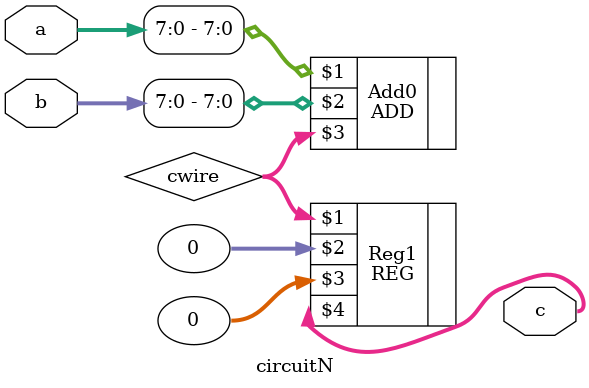
<source format=v>
`timescale 1ns / 1ps
module circuitN(a, b, c);
input [31:0] a;
input [15:0] b;
output [7:0] c;
wire [7:0] cwire;
ADD #(8) Add0(a[7:0], b[7:0], cwire);
REG #(8) Reg1(cwire, 0, 0, c);
endmodule
</source>
